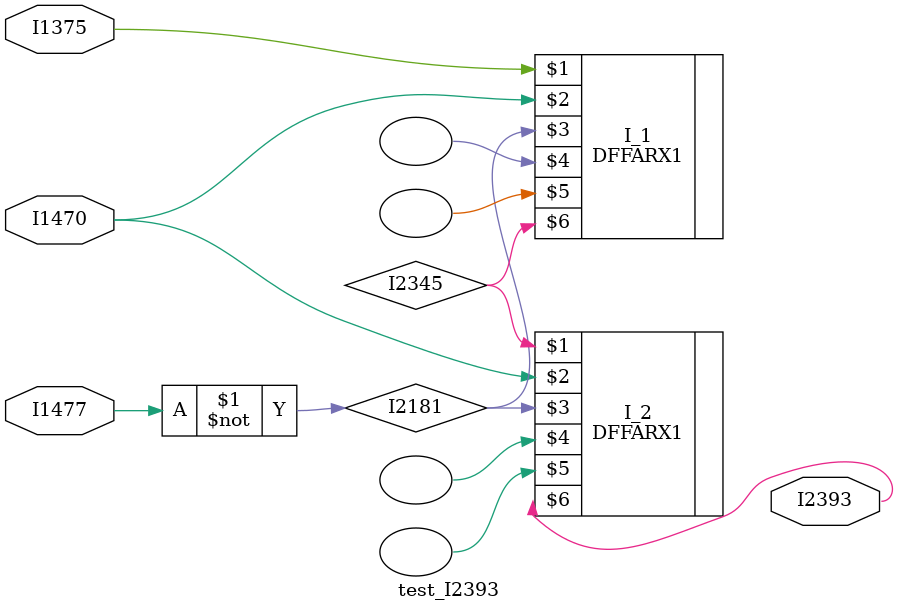
<source format=v>
module test_I2393(I1477,I1470,I1375,I2393);
input I1477,I1470,I1375;
output I2393;
wire I2181,I2345;
not I_0(I2181,I1477);
DFFARX1 I_1(I1375,I1470,I2181,,,I2345,);
DFFARX1 I_2(I2345,I1470,I2181,,,I2393,);
endmodule



</source>
